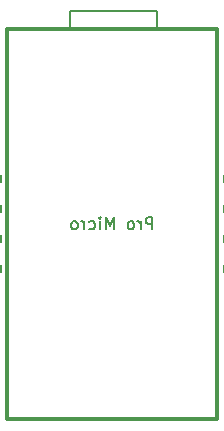
<source format=gto>
%TF.GenerationSoftware,KiCad,Pcbnew,(6.0.11-0)*%
%TF.CreationDate,2023-02-15T20:24:27+08:00*%
%TF.ProjectId,Control,436f6e74-726f-46c2-9e6b-696361645f70,rev?*%
%TF.SameCoordinates,PX60e4b00PY5ad6650*%
%TF.FileFunction,Legend,Top*%
%TF.FilePolarity,Positive*%
%FSLAX46Y46*%
G04 Gerber Fmt 4.6, Leading zero omitted, Abs format (unit mm)*
G04 Created by KiCad (PCBNEW (6.0.11-0)) date 2023-02-15 20:24:27*
%MOMM*%
%LPD*%
G01*
G04 APERTURE LIST*
G04 Aperture macros list*
%AMRoundRect*
0 Rectangle with rounded corners*
0 $1 Rounding radius*
0 $2 $3 $4 $5 $6 $7 $8 $9 X,Y pos of 4 corners*
0 Add a 4 corners polygon primitive as box body*
4,1,4,$2,$3,$4,$5,$6,$7,$8,$9,$2,$3,0*
0 Add four circle primitives for the rounded corners*
1,1,$1+$1,$2,$3*
1,1,$1+$1,$4,$5*
1,1,$1+$1,$6,$7*
1,1,$1+$1,$8,$9*
0 Add four rect primitives between the rounded corners*
20,1,$1+$1,$2,$3,$4,$5,0*
20,1,$1+$1,$4,$5,$6,$7,0*
20,1,$1+$1,$6,$7,$8,$9,0*
20,1,$1+$1,$8,$9,$2,$3,0*%
G04 Aperture macros list end*
%ADD10C,0.200000*%
%ADD11C,0.300000*%
%ADD12C,3.200000*%
%ADD13RoundRect,0.317500X-1.397000X0.317500X-1.397000X-0.317500X1.397000X-0.317500X1.397000X0.317500X0*%
%ADD14RoundRect,0.317500X1.397000X-0.317500X1.397000X0.317500X-1.397000X0.317500X-1.397000X-0.317500X0*%
G04 APERTURE END LIST*
D10*
%TO.C,U1*%
X3404761Y-452380D02*
X3404761Y547620D01*
X3023809Y547620D01*
X2928571Y500000D01*
X2880952Y452381D01*
X2833333Y357143D01*
X2833333Y214286D01*
X2880952Y119048D01*
X2928571Y71429D01*
X3023809Y23810D01*
X3404761Y23810D01*
X2404761Y-452380D02*
X2404761Y214286D01*
X2404761Y23810D02*
X2357142Y119048D01*
X2309523Y166667D01*
X2214285Y214286D01*
X2119047Y214286D01*
X1642857Y-452380D02*
X1738095Y-404761D01*
X1785714Y-357142D01*
X1833333Y-261904D01*
X1833333Y23810D01*
X1785714Y119048D01*
X1738095Y166667D01*
X1642857Y214286D01*
X1500000Y214286D01*
X1404761Y166667D01*
X1357142Y119048D01*
X1309523Y23810D01*
X1309523Y-261904D01*
X1357142Y-357142D01*
X1404761Y-404761D01*
X1500000Y-452380D01*
X1642857Y-452380D01*
X119047Y-452380D02*
X119047Y547620D01*
X-214286Y-166666D01*
X-547620Y547620D01*
X-547620Y-452380D01*
X-1023810Y-452380D02*
X-1023810Y214286D01*
X-1023810Y547620D02*
X-976191Y500000D01*
X-1023810Y452381D01*
X-1071429Y500000D01*
X-1023810Y547620D01*
X-1023810Y452381D01*
X-1928572Y-404761D02*
X-1833334Y-452380D01*
X-1642858Y-452380D01*
X-1547620Y-404761D01*
X-1500000Y-357142D01*
X-1452381Y-261904D01*
X-1452381Y23810D01*
X-1500000Y119048D01*
X-1547620Y166667D01*
X-1642858Y214286D01*
X-1833334Y214286D01*
X-1928572Y166667D01*
X-2357143Y-452380D02*
X-2357143Y214286D01*
X-2357143Y23810D02*
X-2404762Y119048D01*
X-2452381Y166667D01*
X-2547620Y214286D01*
X-2642858Y214286D01*
X-3119048Y-452380D02*
X-3023810Y-404761D01*
X-2976191Y-357142D01*
X-2928572Y-261904D01*
X-2928572Y23810D01*
X-2976191Y119048D01*
X-3023810Y166667D01*
X-3119048Y214286D01*
X-3261905Y214286D01*
X-3357143Y166667D01*
X-3404762Y119048D01*
X-3452381Y23810D01*
X-3452381Y-261904D01*
X-3404762Y-357142D01*
X-3357143Y-404761D01*
X-3261905Y-452380D01*
X-3119048Y-452380D01*
X3810000Y18034000D02*
X-3556000Y18034000D01*
D11*
X8890000Y16510000D02*
X8890000Y-16510000D01*
D10*
X3810000Y16510000D02*
X3810000Y18034000D01*
D11*
X8890000Y-16510000D02*
X-8890000Y-16510000D01*
X-8890000Y16510000D02*
X8890000Y16510000D01*
X-8890000Y-16510000D02*
X-8890000Y16510000D01*
D10*
X-3556000Y18034000D02*
X-3556000Y16510000D01*
%TD*%
%LPC*%
D12*
%TO.C,REF\u002A\u002A*%
X-12700000Y-11370000D03*
%TD*%
%TO.C,REF\u002A\u002A*%
X12700000Y11370000D03*
%TD*%
%TO.C,REF\u002A\u002A*%
X12700000Y-11370000D03*
%TD*%
%TO.C,REF\u002A\u002A*%
X-12700000Y11370000D03*
%TD*%
%TO.C,REF\u002A\u002A*%
X0Y-11430000D03*
%TD*%
D13*
%TO.C,J2*%
X11049000Y-3810000D03*
X11049000Y-1270000D03*
X11049000Y1270000D03*
X11049000Y3810000D03*
%TD*%
D14*
%TO.C,J1*%
X-11049000Y3810000D03*
X-11049000Y1270000D03*
X-11049000Y-1270000D03*
X-11049000Y-3810000D03*
%TD*%
M02*

</source>
